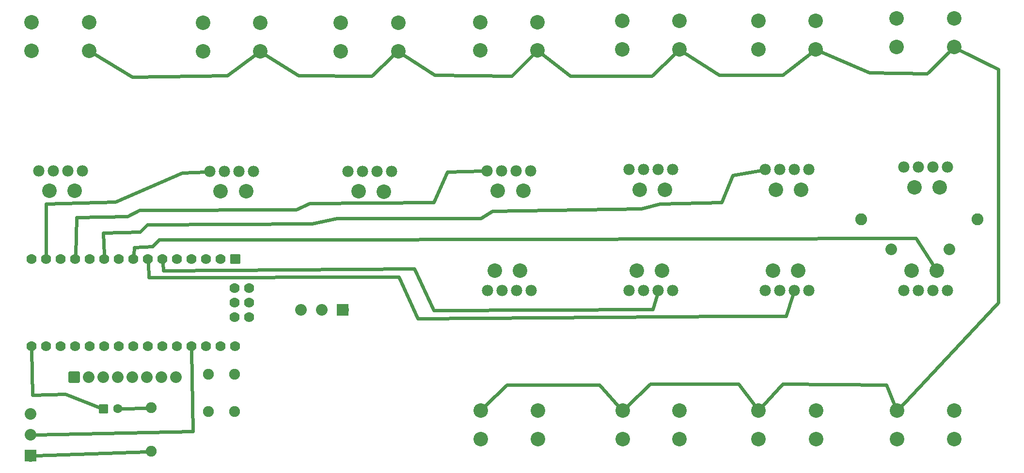
<source format=gtl>
G04 MADE WITH FRITZING*
G04 WWW.FRITZING.ORG*
G04 DOUBLE SIDED*
G04 HOLES PLATED*
G04 CONTOUR ON CENTER OF CONTOUR VECTOR*
%ASAXBY*%
%FSLAX23Y23*%
%MOIN*%
%OFA0B0*%
%SFA1.0B1.0*%
%ADD10C,0.070000*%
%ADD11C,0.100000*%
%ADD12C,0.078000*%
%ADD13C,0.080000*%
%ADD14C,0.075000*%
%ADD15C,0.062992*%
%ADD16C,0.082000*%
%ADD17C,0.024000*%
%ADD18C,0.017000*%
%ADD19C,0.015748*%
%ADD20C,0.020000*%
%ADD21R,0.001000X0.001000*%
%LNCOPPER1*%
G90*
G70*
G54D10*
X1675Y1541D03*
X1575Y1541D03*
X1475Y1541D03*
X1375Y1541D03*
X1275Y1541D03*
X1175Y1541D03*
X1075Y1541D03*
X975Y1541D03*
X875Y1541D03*
X775Y1541D03*
X675Y1541D03*
X575Y1541D03*
X475Y1541D03*
X375Y1541D03*
X275Y1541D03*
X1675Y941D03*
X1575Y941D03*
X1475Y941D03*
X1375Y941D03*
X1275Y941D03*
X1175Y941D03*
X1075Y941D03*
X975Y941D03*
X875Y941D03*
X775Y941D03*
X675Y941D03*
X575Y941D03*
X475Y941D03*
X375Y941D03*
X275Y941D03*
X1770Y1341D03*
X1670Y1341D03*
X1770Y1241D03*
X1670Y1241D03*
X1770Y1141D03*
X1670Y1141D03*
G54D11*
X397Y2009D03*
G54D12*
X323Y2147D03*
X423Y2147D03*
G54D11*
X570Y2009D03*
G54D12*
X523Y2147D03*
X623Y2147D03*
G54D11*
X669Y2974D03*
X669Y3170D03*
X275Y3170D03*
X275Y2974D03*
X1575Y2005D03*
G54D12*
X1501Y2143D03*
X1601Y2143D03*
G54D11*
X1749Y2005D03*
G54D12*
X1701Y2143D03*
X1801Y2143D03*
G54D11*
X1847Y2970D03*
X1847Y3166D03*
X1453Y3166D03*
X1453Y2970D03*
X6499Y1461D03*
G54D12*
X6573Y1323D03*
X6473Y1323D03*
G54D11*
X6326Y1461D03*
G54D12*
X6373Y1323D03*
X6273Y1323D03*
G54D11*
X6228Y496D03*
X6228Y300D03*
X6621Y300D03*
X6621Y496D03*
X5547Y1461D03*
G54D12*
X5621Y1323D03*
X5521Y1323D03*
G54D11*
X5374Y1461D03*
G54D12*
X5421Y1323D03*
X5321Y1323D03*
G54D11*
X5275Y496D03*
X5275Y300D03*
X5669Y300D03*
X5669Y496D03*
X4610Y1461D03*
G54D12*
X4684Y1323D03*
X4584Y1323D03*
G54D11*
X4437Y1461D03*
G54D12*
X4484Y1323D03*
X4384Y1323D03*
G54D11*
X4339Y496D03*
X4339Y300D03*
X4732Y300D03*
X4732Y496D03*
X3634Y1461D03*
G54D12*
X3709Y1323D03*
X3609Y1323D03*
G54D11*
X3461Y1461D03*
G54D12*
X3509Y1323D03*
X3409Y1323D03*
G54D11*
X3363Y496D03*
X3363Y300D03*
X3757Y300D03*
X3757Y496D03*
X6347Y2034D03*
G54D12*
X6273Y2172D03*
X6373Y2172D03*
G54D11*
X6520Y2034D03*
G54D12*
X6473Y2172D03*
X6573Y2172D03*
G54D11*
X6619Y2999D03*
X6619Y3195D03*
X6225Y3195D03*
X6225Y2999D03*
X5395Y2017D03*
G54D12*
X5320Y2155D03*
X5420Y2155D03*
G54D11*
X5568Y2017D03*
G54D12*
X5520Y2155D03*
X5620Y2155D03*
G54D11*
X5666Y2983D03*
X5666Y3179D03*
X5273Y3179D03*
X5273Y2983D03*
X4458Y2017D03*
G54D12*
X4384Y2155D03*
X4484Y2155D03*
G54D11*
X4631Y2017D03*
G54D12*
X4584Y2155D03*
X4684Y2155D03*
G54D11*
X4730Y2983D03*
X4730Y3179D03*
X4336Y3179D03*
X4336Y2983D03*
X3482Y2010D03*
G54D12*
X3408Y2148D03*
X3508Y2148D03*
G54D11*
X3656Y2009D03*
G54D12*
X3608Y2148D03*
X3708Y2148D03*
G54D11*
X3754Y2975D03*
X3754Y3171D03*
X3360Y3171D03*
X3360Y2975D03*
X2524Y2005D03*
G54D12*
X2450Y2143D03*
X2550Y2143D03*
G54D11*
X2697Y2004D03*
G54D12*
X2650Y2143D03*
X2750Y2143D03*
G54D11*
X2796Y2970D03*
X2796Y3166D03*
X2402Y3166D03*
X2402Y2970D03*
G54D13*
X2416Y1189D03*
X2271Y1189D03*
X2126Y1189D03*
X2416Y1189D03*
X2271Y1189D03*
X2126Y1189D03*
X268Y184D03*
X268Y329D03*
X268Y474D03*
X268Y184D03*
X268Y329D03*
X268Y474D03*
G54D14*
X1096Y515D03*
X1096Y215D03*
G54D15*
X768Y509D03*
X867Y509D03*
G54D14*
X1492Y489D03*
X1492Y745D03*
X1670Y489D03*
X1670Y745D03*
G54D16*
X5981Y1812D03*
X6781Y1812D03*
G54D13*
X6187Y1605D03*
X6587Y1605D03*
X567Y725D03*
X667Y725D03*
X767Y725D03*
X867Y725D03*
X967Y725D03*
X1067Y725D03*
X1167Y725D03*
X1267Y725D03*
G54D17*
X1622Y2802D02*
X968Y2794D01*
D02*
X968Y2794D02*
X704Y2953D01*
D02*
X1814Y2946D02*
X1622Y2802D01*
D02*
X2613Y2801D02*
X2112Y2802D01*
D02*
X2112Y2802D02*
X1882Y2948D01*
D02*
X2765Y2942D02*
X2613Y2801D01*
D02*
X3576Y2801D02*
X3047Y2808D01*
D02*
X3047Y2808D02*
X2830Y2948D01*
D02*
X3725Y2946D02*
X3576Y2801D01*
D02*
X4539Y2801D02*
X3979Y2801D01*
D02*
X3979Y2801D02*
X3787Y2950D01*
D02*
X4700Y2954D02*
X4539Y2801D01*
D02*
X5440Y2808D02*
X5005Y2808D01*
D02*
X5005Y2808D02*
X4764Y2961D01*
D02*
X5634Y2957D02*
X5440Y2808D01*
D02*
X6434Y2816D02*
X6038Y2824D01*
D02*
X6038Y2824D02*
X5704Y2966D01*
D02*
X6589Y2970D02*
X6434Y2816D01*
D02*
X6923Y1239D02*
X6256Y526D01*
D02*
X6923Y2847D02*
X6923Y1239D01*
D02*
X6655Y2981D02*
X6923Y2847D01*
D02*
X6154Y673D02*
X5440Y680D01*
D02*
X5440Y680D02*
X5302Y527D01*
D02*
X6212Y534D02*
X6154Y673D01*
D02*
X5137Y680D02*
X4531Y680D01*
D02*
X4531Y680D02*
X4368Y524D01*
D02*
X5250Y529D02*
X5137Y680D01*
D02*
X4181Y673D02*
X3545Y673D01*
D02*
X3545Y673D02*
X3392Y525D01*
D02*
X4311Y527D02*
X4181Y673D01*
D02*
X1311Y2132D02*
X852Y1932D01*
D02*
X852Y1932D02*
X374Y1920D01*
D02*
X374Y1920D02*
X375Y1570D01*
D02*
X1471Y2141D02*
X1311Y2132D01*
D02*
X3133Y2140D02*
X3040Y1931D01*
D02*
X3040Y1931D02*
X2187Y1924D01*
D02*
X2187Y1924D02*
X2094Y1880D01*
D02*
X2094Y1880D02*
X1017Y1876D01*
D02*
X1017Y1876D02*
X935Y1832D01*
D02*
X935Y1832D02*
X583Y1828D01*
D02*
X583Y1828D02*
X576Y1570D01*
D02*
X3378Y2147D02*
X3133Y2140D01*
D02*
X768Y1720D02*
X774Y1570D01*
D02*
X1020Y1728D02*
X768Y1720D01*
D02*
X1072Y1776D02*
X1020Y1728D01*
D02*
X2205Y1783D02*
X1072Y1776D01*
D02*
X2374Y1821D02*
X2205Y1783D01*
D02*
X3363Y1821D02*
X2374Y1821D01*
D02*
X3445Y1870D02*
X3363Y1821D01*
D02*
X4467Y1887D02*
X3445Y1870D01*
D02*
X4598Y1919D02*
X4467Y1887D01*
D02*
X5020Y1931D02*
X4598Y1919D01*
D02*
X5098Y2117D02*
X5020Y1931D01*
D02*
X5291Y2150D02*
X5098Y2117D01*
D02*
X2754Y2156D02*
X2750Y2143D01*
D02*
X2908Y1472D02*
X1180Y1461D01*
D02*
X1180Y1461D02*
X1177Y1512D01*
D02*
X3040Y1185D02*
X2908Y1472D01*
D02*
X4546Y1193D02*
X3040Y1185D01*
D02*
X4576Y1294D02*
X4546Y1193D01*
D02*
X1082Y1412D02*
X1076Y1512D01*
D02*
X2799Y1418D02*
X1082Y1412D01*
D02*
X2931Y1131D02*
X2799Y1418D01*
D02*
X5075Y1146D02*
X2931Y1131D01*
D02*
X5512Y1294D02*
X5463Y1146D01*
D02*
X5463Y1146D02*
X5075Y1146D01*
D02*
X2246Y1672D02*
X1152Y1674D01*
D02*
X6356Y1682D02*
X2246Y1672D01*
D02*
X1152Y1674D02*
X1106Y1628D01*
D02*
X1106Y1628D02*
X981Y1620D01*
D02*
X981Y1620D02*
X977Y1570D01*
D02*
X6477Y1495D02*
X6356Y1682D01*
D02*
X1385Y354D02*
X1375Y912D01*
D02*
X302Y330D02*
X1385Y354D01*
D02*
X893Y509D02*
X1067Y514D01*
D02*
X508Y610D02*
X743Y518D01*
D02*
X282Y603D02*
X508Y610D01*
D02*
X275Y912D02*
X282Y603D01*
D02*
X302Y185D02*
X1067Y214D01*
G54D18*
X1701Y1515D02*
X1648Y1515D01*
X1648Y1568D01*
X1701Y1568D01*
X1701Y1515D01*
D02*
G54D19*
X792Y485D02*
X744Y485D01*
X744Y532D01*
X792Y532D01*
X792Y485D01*
D02*
G54D20*
X537Y755D02*
X597Y755D01*
X597Y695D01*
X537Y695D01*
X537Y755D01*
D02*
G54D21*
X2376Y1230D02*
X2454Y1230D01*
X2375Y1229D02*
X2454Y1229D01*
X2375Y1228D02*
X2454Y1228D01*
X2375Y1227D02*
X2454Y1227D01*
X2375Y1226D02*
X2454Y1226D01*
X2375Y1225D02*
X2454Y1225D01*
X2375Y1224D02*
X2454Y1224D01*
X2375Y1223D02*
X2454Y1223D01*
X2375Y1222D02*
X2454Y1222D01*
X2375Y1221D02*
X2454Y1221D01*
X2375Y1220D02*
X2454Y1220D01*
X2375Y1219D02*
X2454Y1219D01*
X2375Y1218D02*
X2454Y1218D01*
X2375Y1217D02*
X2454Y1217D01*
X2375Y1216D02*
X2454Y1216D01*
X2375Y1215D02*
X2454Y1215D01*
X2375Y1214D02*
X2454Y1214D01*
X2375Y1213D02*
X2408Y1213D01*
X2422Y1213D02*
X2454Y1213D01*
X2375Y1212D02*
X2405Y1212D01*
X2425Y1212D02*
X2454Y1212D01*
X2375Y1211D02*
X2403Y1211D01*
X2427Y1211D02*
X2454Y1211D01*
X2375Y1210D02*
X2401Y1210D01*
X2428Y1210D02*
X2454Y1210D01*
X2375Y1209D02*
X2400Y1209D01*
X2430Y1209D02*
X2454Y1209D01*
X2375Y1208D02*
X2399Y1208D01*
X2431Y1208D02*
X2454Y1208D01*
X2375Y1207D02*
X2398Y1207D01*
X2432Y1207D02*
X2454Y1207D01*
X2375Y1206D02*
X2397Y1206D01*
X2433Y1206D02*
X2454Y1206D01*
X2375Y1205D02*
X2396Y1205D01*
X2434Y1205D02*
X2454Y1205D01*
X2375Y1204D02*
X2395Y1204D01*
X2435Y1204D02*
X2454Y1204D01*
X2375Y1203D02*
X2395Y1203D01*
X2435Y1203D02*
X2454Y1203D01*
X2375Y1202D02*
X2394Y1202D01*
X2436Y1202D02*
X2454Y1202D01*
X2375Y1201D02*
X2393Y1201D01*
X2436Y1201D02*
X2454Y1201D01*
X2375Y1200D02*
X2393Y1200D01*
X2437Y1200D02*
X2454Y1200D01*
X2375Y1199D02*
X2392Y1199D01*
X2437Y1199D02*
X2454Y1199D01*
X2375Y1198D02*
X2392Y1198D01*
X2438Y1198D02*
X2454Y1198D01*
X2375Y1197D02*
X2392Y1197D01*
X2438Y1197D02*
X2454Y1197D01*
X2375Y1196D02*
X2391Y1196D01*
X2438Y1196D02*
X2454Y1196D01*
X2375Y1195D02*
X2391Y1195D01*
X2438Y1195D02*
X2454Y1195D01*
X2375Y1194D02*
X2391Y1194D01*
X2439Y1194D02*
X2454Y1194D01*
X2375Y1193D02*
X2391Y1193D01*
X2439Y1193D02*
X2454Y1193D01*
X2375Y1192D02*
X2391Y1192D01*
X2439Y1192D02*
X2454Y1192D01*
X2375Y1191D02*
X2391Y1191D01*
X2439Y1191D02*
X2454Y1191D01*
X2375Y1190D02*
X2391Y1190D01*
X2439Y1190D02*
X2454Y1190D01*
X2375Y1189D02*
X2391Y1189D01*
X2439Y1189D02*
X2454Y1189D01*
X2375Y1188D02*
X2391Y1188D01*
X2439Y1188D02*
X2454Y1188D01*
X2375Y1187D02*
X2391Y1187D01*
X2439Y1187D02*
X2454Y1187D01*
X2375Y1186D02*
X2391Y1186D01*
X2439Y1186D02*
X2454Y1186D01*
X2375Y1185D02*
X2391Y1185D01*
X2438Y1185D02*
X2454Y1185D01*
X2375Y1184D02*
X2392Y1184D01*
X2438Y1184D02*
X2454Y1184D01*
X2375Y1183D02*
X2392Y1183D01*
X2438Y1183D02*
X2454Y1183D01*
X2375Y1182D02*
X2392Y1182D01*
X2437Y1182D02*
X2454Y1182D01*
X2375Y1181D02*
X2393Y1181D01*
X2437Y1181D02*
X2454Y1181D01*
X2375Y1180D02*
X2393Y1180D01*
X2437Y1180D02*
X2454Y1180D01*
X2375Y1179D02*
X2394Y1179D01*
X2436Y1179D02*
X2454Y1179D01*
X2375Y1178D02*
X2394Y1178D01*
X2436Y1178D02*
X2454Y1178D01*
X2375Y1177D02*
X2395Y1177D01*
X2435Y1177D02*
X2454Y1177D01*
X2375Y1176D02*
X2396Y1176D01*
X2434Y1176D02*
X2454Y1176D01*
X2375Y1175D02*
X2396Y1175D01*
X2433Y1175D02*
X2454Y1175D01*
X2375Y1174D02*
X2397Y1174D01*
X2433Y1174D02*
X2454Y1174D01*
X2375Y1173D02*
X2398Y1173D01*
X2431Y1173D02*
X2454Y1173D01*
X2375Y1172D02*
X2399Y1172D01*
X2430Y1172D02*
X2454Y1172D01*
X2375Y1171D02*
X2401Y1171D01*
X2429Y1171D02*
X2454Y1171D01*
X2375Y1170D02*
X2402Y1170D01*
X2428Y1170D02*
X2454Y1170D01*
X2375Y1169D02*
X2404Y1169D01*
X2426Y1169D02*
X2454Y1169D01*
X2375Y1168D02*
X2406Y1168D01*
X2423Y1168D02*
X2454Y1168D01*
X2375Y1167D02*
X2410Y1167D01*
X2420Y1167D02*
X2454Y1167D01*
X2375Y1166D02*
X2454Y1166D01*
X2375Y1165D02*
X2454Y1165D01*
X2375Y1164D02*
X2454Y1164D01*
X2375Y1163D02*
X2454Y1163D01*
X2375Y1162D02*
X2454Y1162D01*
X2375Y1161D02*
X2454Y1161D01*
X2375Y1160D02*
X2454Y1160D01*
X2375Y1159D02*
X2454Y1159D01*
X2375Y1158D02*
X2454Y1158D01*
X2375Y1157D02*
X2454Y1157D01*
X2375Y1156D02*
X2454Y1156D01*
X2375Y1155D02*
X2454Y1155D01*
X2375Y1154D02*
X2454Y1154D01*
X2375Y1153D02*
X2454Y1153D01*
X2375Y1152D02*
X2454Y1152D01*
X2375Y1151D02*
X2454Y1151D01*
X228Y225D02*
X307Y225D01*
X228Y224D02*
X307Y224D01*
X228Y223D02*
X307Y223D01*
X228Y222D02*
X307Y222D01*
X228Y221D02*
X307Y221D01*
X228Y220D02*
X307Y220D01*
X228Y219D02*
X307Y219D01*
X228Y218D02*
X307Y218D01*
X228Y217D02*
X307Y217D01*
X228Y216D02*
X307Y216D01*
X228Y215D02*
X307Y215D01*
X228Y214D02*
X307Y214D01*
X228Y213D02*
X307Y213D01*
X228Y212D02*
X307Y212D01*
X228Y211D02*
X307Y211D01*
X228Y210D02*
X307Y210D01*
X228Y209D02*
X307Y209D01*
X228Y208D02*
X260Y208D01*
X275Y208D02*
X307Y208D01*
X228Y207D02*
X257Y207D01*
X277Y207D02*
X307Y207D01*
X228Y206D02*
X255Y206D01*
X279Y206D02*
X307Y206D01*
X228Y205D02*
X254Y205D01*
X281Y205D02*
X307Y205D01*
X228Y204D02*
X252Y204D01*
X282Y204D02*
X307Y204D01*
X228Y203D02*
X251Y203D01*
X283Y203D02*
X307Y203D01*
X228Y202D02*
X250Y202D01*
X285Y202D02*
X307Y202D01*
X228Y201D02*
X249Y201D01*
X285Y201D02*
X307Y201D01*
X228Y200D02*
X248Y200D01*
X286Y200D02*
X307Y200D01*
X228Y199D02*
X247Y199D01*
X287Y199D02*
X307Y199D01*
X228Y198D02*
X247Y198D01*
X288Y198D02*
X307Y198D01*
X228Y197D02*
X246Y197D01*
X288Y197D02*
X307Y197D01*
X228Y196D02*
X246Y196D01*
X289Y196D02*
X307Y196D01*
X228Y195D02*
X245Y195D01*
X289Y195D02*
X307Y195D01*
X228Y194D02*
X245Y194D01*
X290Y194D02*
X307Y194D01*
X228Y193D02*
X244Y193D01*
X290Y193D02*
X307Y193D01*
X228Y192D02*
X244Y192D01*
X290Y192D02*
X307Y192D01*
X228Y191D02*
X244Y191D01*
X291Y191D02*
X307Y191D01*
X228Y190D02*
X244Y190D01*
X291Y190D02*
X307Y190D01*
X228Y189D02*
X243Y189D01*
X291Y189D02*
X307Y189D01*
X228Y188D02*
X243Y188D01*
X291Y188D02*
X307Y188D01*
X228Y187D02*
X243Y187D01*
X291Y187D02*
X307Y187D01*
X228Y186D02*
X243Y186D01*
X291Y186D02*
X307Y186D01*
X228Y185D02*
X243Y185D01*
X291Y185D02*
X307Y185D01*
X228Y184D02*
X243Y184D01*
X291Y184D02*
X307Y184D01*
X228Y183D02*
X243Y183D01*
X291Y183D02*
X307Y183D01*
X228Y182D02*
X243Y182D01*
X291Y182D02*
X307Y182D01*
X228Y181D02*
X244Y181D01*
X291Y181D02*
X307Y181D01*
X228Y180D02*
X244Y180D01*
X291Y180D02*
X307Y180D01*
X228Y179D02*
X244Y179D01*
X290Y179D02*
X307Y179D01*
X228Y178D02*
X244Y178D01*
X290Y178D02*
X307Y178D01*
X228Y177D02*
X245Y177D01*
X290Y177D02*
X307Y177D01*
X228Y176D02*
X245Y176D01*
X289Y176D02*
X307Y176D01*
X228Y175D02*
X246Y175D01*
X289Y175D02*
X307Y175D01*
X228Y174D02*
X246Y174D01*
X288Y174D02*
X307Y174D01*
X228Y173D02*
X247Y173D01*
X288Y173D02*
X307Y173D01*
X228Y172D02*
X247Y172D01*
X287Y172D02*
X307Y172D01*
X228Y171D02*
X248Y171D01*
X286Y171D02*
X307Y171D01*
X228Y170D02*
X249Y170D01*
X286Y170D02*
X307Y170D01*
X228Y169D02*
X250Y169D01*
X285Y169D02*
X307Y169D01*
X228Y168D02*
X251Y168D01*
X284Y168D02*
X307Y168D01*
X228Y167D02*
X252Y167D01*
X283Y167D02*
X307Y167D01*
X228Y166D02*
X253Y166D01*
X281Y166D02*
X307Y166D01*
X228Y165D02*
X255Y165D01*
X280Y165D02*
X307Y165D01*
X228Y164D02*
X257Y164D01*
X278Y164D02*
X307Y164D01*
X228Y163D02*
X259Y163D01*
X275Y163D02*
X307Y163D01*
X228Y162D02*
X264Y162D01*
X271Y162D02*
X307Y162D01*
X228Y161D02*
X307Y161D01*
X228Y160D02*
X307Y160D01*
X228Y159D02*
X307Y159D01*
X228Y158D02*
X307Y158D01*
X228Y157D02*
X307Y157D01*
X228Y156D02*
X307Y156D01*
X228Y155D02*
X307Y155D01*
X228Y154D02*
X307Y154D01*
X228Y153D02*
X307Y153D01*
X228Y152D02*
X307Y152D01*
X228Y151D02*
X307Y151D01*
X228Y150D02*
X307Y150D01*
X228Y149D02*
X307Y149D01*
X228Y148D02*
X307Y148D01*
X228Y147D02*
X307Y147D01*
X228Y146D02*
X307Y146D01*
D02*
G04 End of Copper1*
M02*
</source>
